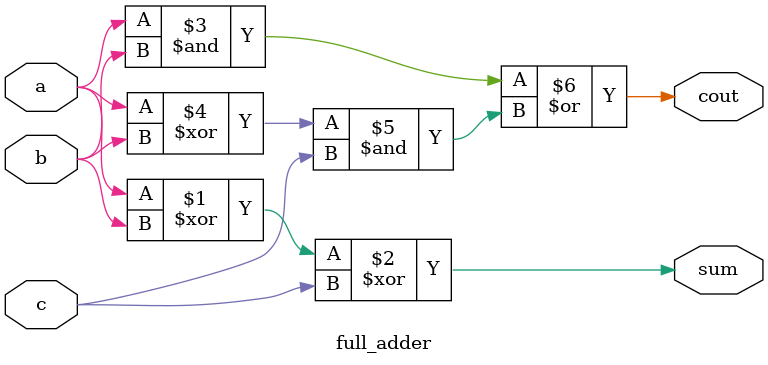
<source format=v>
module full_adder(input a, b, c, output cout, sum);
assign sum=(a^b)^c;
assign cout=a&b | (a^b)&c;
endmodule
</source>
